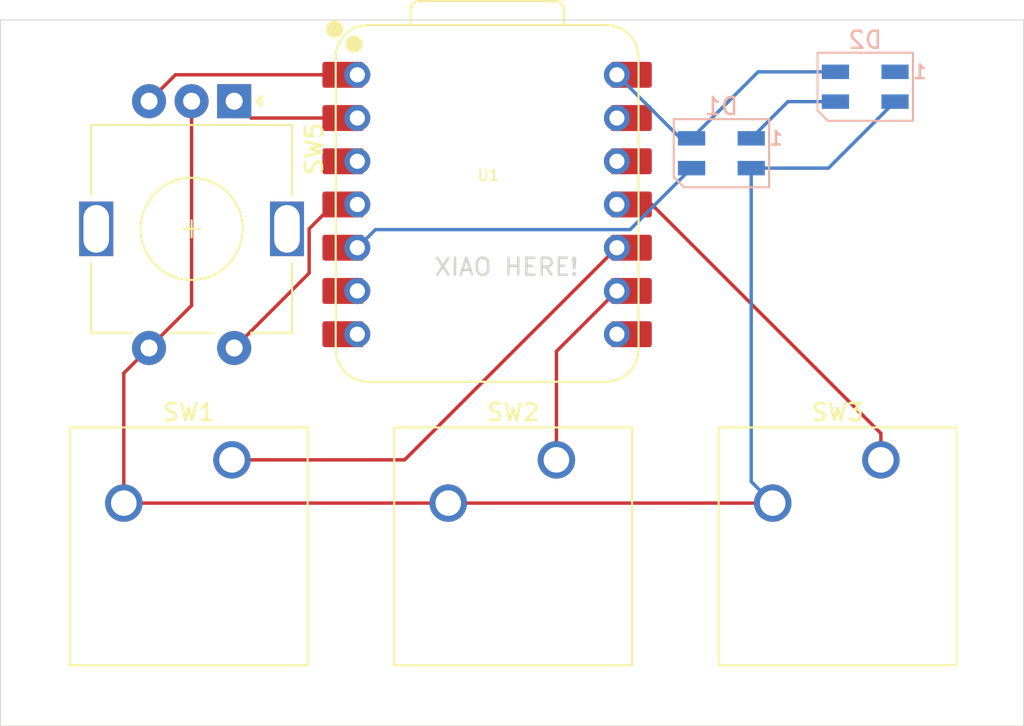
<source format=kicad_pcb>
(kicad_pcb (version 20241229) (generator "pcbnew") (generator_version "9.0")
  (layers (0 "F.Cu" signal) (2 "B.Cu" signal) (13 "F.Paste" user) (15 "B.Paste" user) (5 "F.SilkS" user "F.Silkscreen") (7 "B.SilkS" user "B.Silkscreen") (1 "F.Mask" user) (3 "B.Mask" user) (25 "Edge.Cuts" user))
  (net 0 "")
  (net 1 "+5V")
  (net 2 "Net-(D1-DOUT)")
  (net 3 "GND")
  (net 4 "Net-(D1-DIN)")
  (net 6 "Net-(U1-GPIO4{slash}MISO)")
  (net 7 "Net-(U1-GPIO2{slash}SCK)")
  (net 8 "Net-(U1-GPIO3{slash}MOSI)")
  (net 9 "Net-(U1-GPIO1{slash}RX)")
  (net 11 "Net-(U1-GPIO29{slash}ADC3{slash}A3)")
  (net 12 "Net-(U1-GPIO27{slash}ADC1{slash}A1)")
  (net 15 "Net-(U1-GPIO26{slash}ADC0{slash}A0)")
  (footprint "Rotary_Encoder:RotaryEncoder_Alps_EC11E-Switch_Vertical_H20mm" (layer "F.Cu") (at 146.975 47.825 -90)
    (property "Reference" "SW5" (at 2.8 -4.7 90) (layer "F.SilkS"))
    (property "Value" "RotaryEncoder_Switch")
    (fp_line (start 5.5 8.4) (end 1.4 8.4) (stroke (width 0.12)) (layer "F.SilkS"))
    (fp_line (start 13.6 8.4) (end 9.5 8.4) (stroke (width 0.12)) (layer "F.SilkS"))
    (fp_line (start 13.6 6) (end 13.6 8.4) (stroke (width 0.12)) (layer "F.SilkS"))
    (fp_line (start 7 2.5) (end 8 2.5) (stroke (width 0.12)) (layer "F.SilkS"))
    (fp_line (start 7.5 2) (end 7.5 3) (stroke (width 0.12)) (layer "F.SilkS"))
    (fp_line (start 13.6 1.2) (end 13.6 3.8) (stroke (width 0.12)) (layer "F.SilkS"))
    (fp_line (start 0 -1.3) (end -0.3 -1.6) (stroke (width 0.12)) (layer "F.SilkS"))
    (fp_line (start -0.3 -1.6) (end 0.3 -1.6) (stroke (width 0.12)) (layer "F.SilkS"))
    (fp_line (start 0.3 -1.6) (end 0 -1.3) (stroke (width 0.12)) (layer "F.SilkS"))
    (fp_line (start 1.4 -3.4) (end 1.4 8.4) (stroke (width 0.12)) (layer "F.SilkS"))
    (fp_line (start 5.5 -3.4) (end 1.4 -3.4) (stroke (width 0.12)) (layer "F.SilkS"))
    (fp_line (start 9.5 -3.4) (end 13.6 -3.4) (stroke (width 0.12)) (layer "F.SilkS"))
    (fp_line (start 13.6 -3.4) (end 13.6 -1) (stroke (width 0.12)) (layer "F.SilkS"))
    (fp_circle (center 7.5 2.5) (end 10.5 2.5) (stroke (width 0.12)) (fill no) (layer "F.SilkS"))
    (pad "A" thru_hole rect (at 0 0 270) (size 2 2) (drill 1) (layers "*.Cu" "*.Mask") (net 12 "Net-(U1-GPIO27{slash}ADC1{slash}A1)"))
    (pad "B" thru_hole circle (at 0 5 270) (size 2 2) (drill 1) (layers "*.Cu" "*.Mask") (net 15 "Net-(U1-GPIO26{slash}ADC0{slash}A0)"))
    (pad "C" thru_hole circle (at 0 2.5 270) (size 2 2) (drill 1) (layers "*.Cu" "*.Mask") (net 3 "GND"))
    (pad "MP" thru_hole rect (at 7.5 -3.1 270) (size 3.2 2) (drill oval 2.8 1.5) (layers "*.Cu" "*.Mask"))
    (pad "MP" thru_hole rect (at 7.5 8.1 270) (size 3.2 2) (drill oval 2.8 1.5) (layers "*.Cu" "*.Mask"))
    (pad "S1" thru_hole circle (at 14.5 5 270) (size 2 2) (drill 1) (layers "*.Cu" "*.Mask") (net 3 "GND"))
    (pad "S2" thru_hole circle (at 14.5 0 270) (size 2 2) (drill 1) (layers "*.Cu" "*.Mask") (net 11 "Net-(U1-GPIO29{slash}ADC3{slash}A3)"))
  )
  (footprint "OPL Lib:XIAO-RP2040-DIP" (layer "F.Cu") (at 161.825 53.8935)
    (property "Reference" "U1" (at 0.075 -1.7185 0) (layer "F.SilkS") (effects (font (size 0.635 0.635) (thickness 0.1016))))
    (property "Value" "XIAO-RP2040-DIP")
    (fp_line (start -8.89 8.509) (end -8.89 -8.636) (stroke (width 0.127)) (layer "F.SilkS"))
    (fp_line (start -6.985 10.414) (end 6.985 10.414) (stroke (width 0.127)) (layer "F.SilkS"))
    (fp_line (start -4.495 -10.541) (end -4.491272 -11.451272) (stroke (width 0.127)) (layer "F.SilkS"))
    (fp_line (start -3.991272 -11.951) (end 4.004 -11.951) (stroke (width 0.127)) (layer "F.SilkS"))
    (fp_line (start 4.504 -11.451) (end 4.504 -10.541) (stroke (width 0.127)) (layer "F.SilkS"))
    (fp_line (start 6.985 -10.541) (end -6.985 -10.541) (stroke (width 0.1)) (layer "F.SilkS"))
    (fp_line (start 6.985 -10.541) (end -6.985 -10.541) (stroke (width 0.127)) (layer "F.SilkS"))
    (fp_line (start 8.89 8.509) (end 8.89 -8.636) (stroke (width 0.127)) (layer "F.SilkS"))
    (fp_arc (start -8.89 -8.636) (mid -8.332038 -9.983038) (end -6.985 -10.541) (stroke (width 0.127)) (layer "F.SilkS"))
    (fp_arc (start -6.985 10.414) (mid -8.332038 9.856038) (end -8.89 8.509) (stroke (width 0.127)) (layer "F.SilkS"))
    (fp_arc (start -4.491272 -11.451272) (mid -4.344728 -11.80464) (end -3.991272 -11.951) (stroke (width 0.127)) (layer "F.SilkS"))
    (fp_arc (start 4.004 -11.951) (mid 4.357553 -11.804553) (end 4.504 -11.451) (stroke (width 0.127)) (layer "F.SilkS"))
    (fp_arc (start 6.985 -10.541) (mid 8.332038 -9.983038) (end 8.89 -8.636) (stroke (width 0.127)) (layer "F.SilkS"))
    (fp_arc (start 8.89 8.509) (mid 8.332038 9.856038) (end 6.985 10.414) (stroke (width 0.127)) (layer "F.SilkS"))
    (fp_circle (center -8.95 -10.3) (end -8.95 -10.554) (stroke (width 0.5)) (fill yes) (layer "F.SilkS"))
    (fp_circle (center -7.807 -9.42) (end -7.807 -9.674) (stroke (width 0.5)) (fill yes) (layer "F.SilkS"))
    (pad "1" smd roundrect (at -8.455 -7.62 180) (size 2.432 1.524) (layers "F.Cu" "F.Mask") (roundrect_rratio 0.1) (net 15 "Net-(U1-GPIO26{slash}ADC0{slash}A0)"))
    (pad "1" thru_hole circle (at -7.62 -7.62 180) (size 1.524 1.524) (drill 0.889) (layers "*.Cu" "*.Mask") (net 15 "Net-(U1-GPIO26{slash}ADC0{slash}A0)"))
    (pad "2" smd roundrect (at -8.455 -5.08 180) (size 2.432 1.524) (layers "F.Cu" "F.Mask") (roundrect_rratio 0.1) (net 12 "Net-(U1-GPIO27{slash}ADC1{slash}A1)"))
    (pad "2" thru_hole circle (at -7.62 -5.08 180) (size 1.524 1.524) (drill 0.889) (layers "*.Cu" "*.Mask") (net 12 "Net-(U1-GPIO27{slash}ADC1{slash}A1)"))
    (pad "3" smd roundrect (at -8.455 -2.54 180) (size 2.432 1.524) (layers "F.Cu" "F.Mask") (roundrect_rratio 0.1))
    (pad "3" thru_hole circle (at -7.62 -2.54 180) (size 1.524 1.524) (drill 0.889) (layers "*.Cu" "*.Mask"))
    (pad "4" smd roundrect (at -8.455 0 180) (size 2.432 1.524) (layers "F.Cu" "F.Mask") (roundrect_rratio 0.1) (net 11 "Net-(U1-GPIO29{slash}ADC3{slash}A3)"))
    (pad "4" thru_hole circle (at -7.62 0 180) (size 1.524 1.524) (drill 0.889) (layers "*.Cu" "*.Mask") (net 11 "Net-(U1-GPIO29{slash}ADC3{slash}A3)"))
    (pad "5" smd roundrect (at -8.455 2.54 180) (size 2.432 1.524) (layers "F.Cu" "F.Mask") (roundrect_rratio 0.1) (net 4 "Net-(D1-DIN)"))
    (pad "5" thru_hole circle (at -7.62 2.54 180) (size 1.524 1.524) (drill 0.889) (layers "*.Cu" "*.Mask") (net 4 "Net-(D1-DIN)"))
    (pad "6" smd roundrect (at -8.455 5.08 180) (size 2.432 1.524) (layers "F.Cu" "F.Mask") (roundrect_rratio 0.1))
    (pad "6" thru_hole circle (at -7.62 5.08 180) (size 1.524 1.524) (drill 0.889) (layers "*.Cu" "*.Mask"))
    (pad "7" smd roundrect (at -8.455 7.62 180) (size 2.432 1.524) (layers "F.Cu" "F.Mask") (roundrect_rratio 0.1))
    (pad "7" thru_hole circle (at -7.62 7.62 180) (size 1.524 1.524) (drill 0.889) (layers "*.Cu" "*.Mask"))
    (pad "8" thru_hole circle (at 7.62 7.62) (size 1.524 1.524) (drill 0.889) (layers "*.Cu" "*.Mask") (net 9 "Net-(U1-GPIO1{slash}RX)"))
    (pad "8" smd roundrect (at 8.455 7.62) (size 2.432 1.524) (layers "F.Cu" "F.Mask") (roundrect_rratio 0.1) (net 9 "Net-(U1-GPIO1{slash}RX)"))
    (pad "9" thru_hole circle (at 7.62 5.08) (size 1.524 1.524) (drill 0.889) (layers "*.Cu" "*.Mask") (net 7 "Net-(U1-GPIO2{slash}SCK)"))
    (pad "9" smd roundrect (at 8.455 5.08) (size 2.432 1.524) (layers "F.Cu" "F.Mask") (roundrect_rratio 0.1) (net 7 "Net-(U1-GPIO2{slash}SCK)"))
    (pad "10" thru_hole circle (at 7.62 2.54) (size 1.524 1.524) (drill 0.889) (layers "*.Cu" "*.Mask") (net 6 "Net-(U1-GPIO4{slash}MISO)"))
    (pad "10" smd roundrect (at 8.455 2.54) (size 2.432 1.524) (layers "F.Cu" "F.Mask") (roundrect_rratio 0.1) (net 6 "Net-(U1-GPIO4{slash}MISO)"))
    (pad "11" thru_hole circle (at 7.62 0) (size 1.524 1.524) (drill 0.889) (layers "*.Cu" "*.Mask") (net 8 "Net-(U1-GPIO3{slash}MOSI)"))
    (pad "11" smd roundrect (at 8.455 0) (size 2.432 1.524) (layers "F.Cu" "F.Mask") (roundrect_rratio 0.1) (net 8 "Net-(U1-GPIO3{slash}MOSI)"))
    (pad "12" thru_hole circle (at 7.62 -2.54) (size 1.524 1.524) (drill 0.889) (layers "*.Cu" "*.Mask"))
    (pad "12" smd roundrect (at 8.455 -2.54) (size 2.432 1.524) (layers "F.Cu" "F.Mask") (roundrect_rratio 0.1))
    (pad "13" thru_hole circle (at 7.62 -5.08) (size 1.524 1.524) (drill 0.889) (layers "*.Cu" "*.Mask"))
    (pad "13" smd roundrect (at 8.455 -5.08) (size 2.432 1.524) (layers "F.Cu" "F.Mask") (roundrect_rratio 0.1))
    (pad "14" thru_hole circle (at 7.62 -7.62) (size 1.524 1.524) (drill 0.889) (layers "*.Cu" "*.Mask") (net 1 "+5V"))
    (pad "14" smd roundrect (at 8.455 -7.62) (size 2.432 1.524) (layers "F.Cu" "F.Mask") (roundrect_rratio 0.1) (net 1 "+5V"))
  )
  (footprint "Button_Switch_Keyboard:SW_Cherry_MX_1.00u_PCB" (layer "F.Cu") (at 184.94375 68.8975)
    (property "Reference" "SW3" (at -2.54 -2.794 0) (layer "F.SilkS"))
    (property "Value" "SW_Push")
    (fp_line (start -9.525 -1.905) (end 4.445 -1.905) (stroke (width 0.12)) (layer "F.SilkS"))
    (fp_line (start -9.525 12.065) (end -9.525 -1.905) (stroke (width 0.12)) (layer "F.SilkS"))
    (fp_line (start 4.445 -1.905) (end 4.445 12.065) (stroke (width 0.12)) (layer "F.SilkS"))
    (fp_line (start 4.445 12.065) (end -9.525 12.065) (stroke (width 0.12)) (layer "F.SilkS"))
    (pad "" np_thru_hole circle (at -7.62 5.08) (size 1.7 1.7) (drill 1.7) (layers "*.Cu" "*.Mask"))
    (pad "" np_thru_hole circle (at -2.54 5.08) (size 4 4) (drill 4) (layers "*.Cu" "*.Mask"))
    (pad "" np_thru_hole circle (at 2.54 5.08) (size 1.7 1.7) (drill 1.7) (layers "*.Cu" "*.Mask"))
    (pad "1" thru_hole circle (at 0 0) (size 2.2 2.2) (drill 1.5) (layers "*.Cu" "*.Mask") (net 8 "Net-(U1-GPIO3{slash}MOSI)"))
    (pad "2" thru_hole circle (at -6.35 2.54) (size 2.2 2.2) (drill 1.5) (layers "*.Cu" "*.Mask") (net 3 "GND"))
  )
  (footprint "Button_Switch_Keyboard:SW_Cherry_MX_1.00u_PCB" (layer "F.Cu") (at 146.84375 68.8975)
    (property "Reference" "SW1" (at -2.54 -2.794 0) (layer "F.SilkS"))
    (property "Value" "SW_Push")
    (fp_line (start -9.525 -1.905) (end 4.445 -1.905) (stroke (width 0.12)) (layer "F.SilkS"))
    (fp_line (start -9.525 12.065) (end -9.525 -1.905) (stroke (width 0.12)) (layer "F.SilkS"))
    (fp_line (start 4.445 -1.905) (end 4.445 12.065) (stroke (width 0.12)) (layer "F.SilkS"))
    (fp_line (start 4.445 12.065) (end -9.525 12.065) (stroke (width 0.12)) (layer "F.SilkS"))
    (pad "" np_thru_hole circle (at -7.62 5.08) (size 1.7 1.7) (drill 1.7) (layers "*.Cu" "*.Mask"))
    (pad "" np_thru_hole circle (at -2.54 5.08) (size 4 4) (drill 4) (layers "*.Cu" "*.Mask"))
    (pad "" np_thru_hole circle (at 2.54 5.08) (size 1.7 1.7) (drill 1.7) (layers "*.Cu" "*.Mask"))
    (pad "1" thru_hole circle (at 0 0) (size 2.2 2.2) (drill 1.5) (layers "*.Cu" "*.Mask") (net 6 "Net-(U1-GPIO4{slash}MISO)"))
    (pad "2" thru_hole circle (at -6.35 2.54) (size 2.2 2.2) (drill 1.5) (layers "*.Cu" "*.Mask") (net 3 "GND"))
  )
  (footprint "Button_Switch_Keyboard:SW_Cherry_MX_1.00u_PCB" (layer "F.Cu") (at 165.89375 68.8975)
    (property "Reference" "SW2" (at -2.54 -2.794 0) (layer "F.SilkS"))
    (property "Value" "SW_Push")
    (fp_line (start -9.525 -1.905) (end 4.445 -1.905) (stroke (width 0.12)) (layer "F.SilkS"))
    (fp_line (start -9.525 12.065) (end -9.525 -1.905) (stroke (width 0.12)) (layer "F.SilkS"))
    (fp_line (start 4.445 -1.905) (end 4.445 12.065) (stroke (width 0.12)) (layer "F.SilkS"))
    (fp_line (start 4.445 12.065) (end -9.525 12.065) (stroke (width 0.12)) (layer "F.SilkS"))
    (pad "" np_thru_hole circle (at -7.62 5.08) (size 1.7 1.7) (drill 1.7) (layers "*.Cu" "*.Mask"))
    (pad "" np_thru_hole circle (at -2.54 5.08) (size 4 4) (drill 4) (layers "*.Cu" "*.Mask"))
    (pad "" np_thru_hole circle (at 2.54 5.08) (size 1.7 1.7) (drill 1.7) (layers "*.Cu" "*.Mask"))
    (pad "1" thru_hole circle (at 0 0) (size 2.2 2.2) (drill 1.5) (layers "*.Cu" "*.Mask") (net 7 "Net-(U1-GPIO2{slash}SCK)"))
    (pad "2" thru_hole circle (at -6.35 2.54) (size 2.2 2.2) (drill 1.5) (layers "*.Cu" "*.Mask") (net 3 "GND"))
  )
  (footprint "LED_SMD:LED_SK6812MINI_PLCC4_3.5x3.5mm_P1.75mm" (layer "B.Cu") (at 184.025 46.975 180)
    (property "Reference" "D2" (at 0 2.75 0) (layer "B.SilkS") (effects (justify mirror)))
    (property "Value" "SK6812MINI")
    (fp_line (start 2.8 -1.4) (end 2.8 2) (stroke (width 0.12)) (layer "B.SilkS"))
    (fp_line (start 2.8 -1.4) (end 2.2 -2) (stroke (width 0.12)) (layer "B.SilkS"))
    (fp_line (start -2.8 2) (end 2.8 2) (stroke (width 0.12)) (layer "B.SilkS"))
    (fp_line (start -2.8 2) (end -2.8 -2) (stroke (width 0.12)) (layer "B.SilkS"))
    (fp_line (start -2.8 -2) (end 2.2 -2) (stroke (width 0.12)) (layer "B.SilkS"))
    (fp_text user "1" (at -3.2 0.875 0) (layer "B.SilkS") (effects (font (size 0.8 0.8)) (justify mirror)))
    (pad "1" smd rect (at -1.75 0.875 180) (size 1.6 0.85) (layers "B.Cu" "B.Mask" "B.Paste"))
    (pad "2" smd rect (at -1.75 -0.875 180) (size 1.6 0.85) (layers "B.Cu" "B.Mask" "B.Paste") (net 3 "GND"))
    (pad "3" smd rect (at 1.75 -0.875 180) (size 1.6 0.85) (layers "B.Cu" "B.Mask" "B.Paste") (net 2 "Net-(D1-DOUT)"))
    (pad "4" smd rect (at 1.75 0.875 180) (size 1.6 0.85) (layers "B.Cu" "B.Mask" "B.Paste") (net 1 "+5V"))
  )
  (footprint "LED_SMD:LED_SK6812MINI_PLCC4_3.5x3.5mm_P1.75mm" (layer "B.Cu") (at 175.58125 50.88125 180)
    (property "Reference" "D1" (at 0 2.75 0) (layer "B.SilkS") (effects (justify mirror)))
    (property "Value" "SK6812MINI")
    (fp_line (start 2.8 -1.4) (end 2.8 2) (stroke (width 0.12)) (layer "B.SilkS"))
    (fp_line (start 2.8 -1.4) (end 2.2 -2) (stroke (width 0.12)) (layer "B.SilkS"))
    (fp_line (start -2.8 2) (end 2.8 2) (stroke (width 0.12)) (layer "B.SilkS"))
    (fp_line (start -2.8 2) (end -2.8 -2) (stroke (width 0.12)) (layer "B.SilkS"))
    (fp_line (start -2.8 -2) (end 2.2 -2) (stroke (width 0.12)) (layer "B.SilkS"))
    (fp_text user "1" (at -3.2 0.875 0) (layer "B.SilkS") (effects (font (size 0.8 0.8)) (justify mirror)))
    (pad "1" smd rect (at -1.75 0.875 180) (size 1.6 0.85) (layers "B.Cu" "B.Mask" "B.Paste") (net 2 "Net-(D1-DOUT)"))
    (pad "2" smd rect (at -1.75 -0.875 180) (size 1.6 0.85) (layers "B.Cu" "B.Mask" "B.Paste") (net 3 "GND"))
    (pad "3" smd rect (at 1.75 -0.875 180) (size 1.6 0.85) (layers "B.Cu" "B.Mask" "B.Paste") (net 4 "Net-(D1-DIN)"))
    (pad "4" smd rect (at 1.75 0.875 180) (size 1.6 0.85) (layers "B.Cu" "B.Mask" "B.Paste") (net 1 "+5V"))
  )
  (gr_rect (start 133.25 43.05) (end 193.325 84.525) (stroke (width 0.05)) (fill no) (layer "Edge.Cuts"))
  (gr_text "XIAO HERE!" (at 158.65 58.15 0) (layer "Edge.Cuts") (effects (font (size 1 1)) (justify left bottom)))
  (segment (start 173.17775 50.00625) (end 169.445 46.2735) (width 0.2) (layer "B.Cu") (net 1))
  (segment (start 177.7375 46.1) (end 182.275 46.1) (width 0.2) (layer "B.Cu") (net 1))
  (segment (start 173.83125 50.00625) (end 173.17775 50.00625) (width 0.2) (layer "B.Cu") (net 1))
  (segment (start 173.83125 50.00625) (end 177.7375 46.1) (width 0.2) (layer "B.Cu") (net 1))
  (segment (start 179.4875 47.85) (end 177.33125 50.00625) (width 0.2) (layer "B.Cu") (net 2))
  (segment (start 182.275 47.85) (end 179.4875 47.85) (width 0.2) (layer "B.Cu") (net 2))
  (segment (start 140.49375 71.4375) (end 140.49375 63.80625) (width 0.2) (layer "F.Cu") (net 3))
  (segment (start 159.54375 71.4375) (end 140.49375 71.4375) (width 0.2) (layer "F.Cu") (net 3))
  (segment (start 140.49375 63.80625) (end 141.975 62.325) (width 0.2) (layer "F.Cu") (net 3))
  (segment (start 178.59375 71.4375) (end 159.54375 71.4375) (width 0.2) (layer "F.Cu") (net 3))
  (segment (start 141.975 62.325) (end 144.475 59.825) (width 0.2) (layer "F.Cu") (net 3))
  (segment (start 144.475 59.825) (end 144.475 47.825) (width 0.2) (layer "F.Cu") (net 3))
  (segment (start 177.33125 51.75625) (end 177.33125 70.175) (width 0.2) (layer "B.Cu") (net 3))
  (segment (start 181.86875 51.75625) (end 185.775 47.85) (width 0.2) (layer "B.Cu") (net 3))
  (segment (start 177.33125 51.75625) (end 181.86875 51.75625) (width 0.2) (layer "B.Cu") (net 3))
  (segment (start 177.33125 70.175) (end 178.59375 71.4375) (width 0.2) (layer "B.Cu") (net 3))
  (segment (start 173.83125 51.75625) (end 170.217 55.3705) (width 0.2) (layer "B.Cu") (net 4))
  (segment (start 170.217 55.3705) (end 155.268 55.3705) (width 0.2) (layer "B.Cu") (net 4))
  (segment (start 155.268 55.3705) (end 154.205 56.4335) (width 0.2) (layer "B.Cu") (net 4))
  (segment (start 146.84375 68.8975) (end 156.981 68.8975) (width 0.2) (layer "F.Cu") (net 6))
  (segment (start 156.981 68.8975) (end 169.445 56.4335) (width 0.2) (layer "F.Cu") (net 6))
  (segment (start 169.445 58.9735) (end 165.89375 62.52475) (width 0.2) (layer "F.Cu") (net 7))
  (segment (start 165.89375 62.52475) (end 165.89375 68.8975) (width 0.2) (layer "F.Cu") (net 7))
  (segment (start 171.495384 53.8935) (end 169.445 53.8935) (width 0.2) (layer "F.Cu") (net 8))
  (segment (start 184.94375 68.8975) (end 184.94375 67.341866) (width 0.2) (layer "F.Cu") (net 8))
  (segment (start 184.94375 67.341866) (end 171.495384 53.8935) (width 0.2) (layer "F.Cu") (net 8))
  (segment (start 151.376 55.324) (end 151.376 57.924) (width 0.2) (layer "F.Cu") (net 11))
  (segment (start 152.8065 53.8935) (end 151.376 55.324) (width 0.2) (layer "F.Cu") (net 11))
  (segment (start 154.205 53.8935) (end 152.8065 53.8935) (width 0.2) (layer "F.Cu") (net 11))
  (segment (start 151.376 57.924) (end 146.975 62.325) (width 0.2) (layer "F.Cu") (net 11))
  (segment (start 147.9635 48.8135) (end 146.975 47.825) (width 0.2) (layer "F.Cu") (net 12))
  (segment (start 154.205 48.8135) (end 147.9635 48.8135) (width 0.2) (layer "F.Cu") (net 12))
  (segment (start 153.7665 48.375) (end 154.205 48.8135) (width 0.2) (layer "F.Cu") (net 12))
  (segment (start 154.205 46.2735) (end 143.5265 46.2735) (width 0.2) (layer "F.Cu") (net 15))
  (segment (start 143.5265 46.2735) (end 141.975 47.825) (width 0.2) (layer "F.Cu") (net 15))
)
</source>
